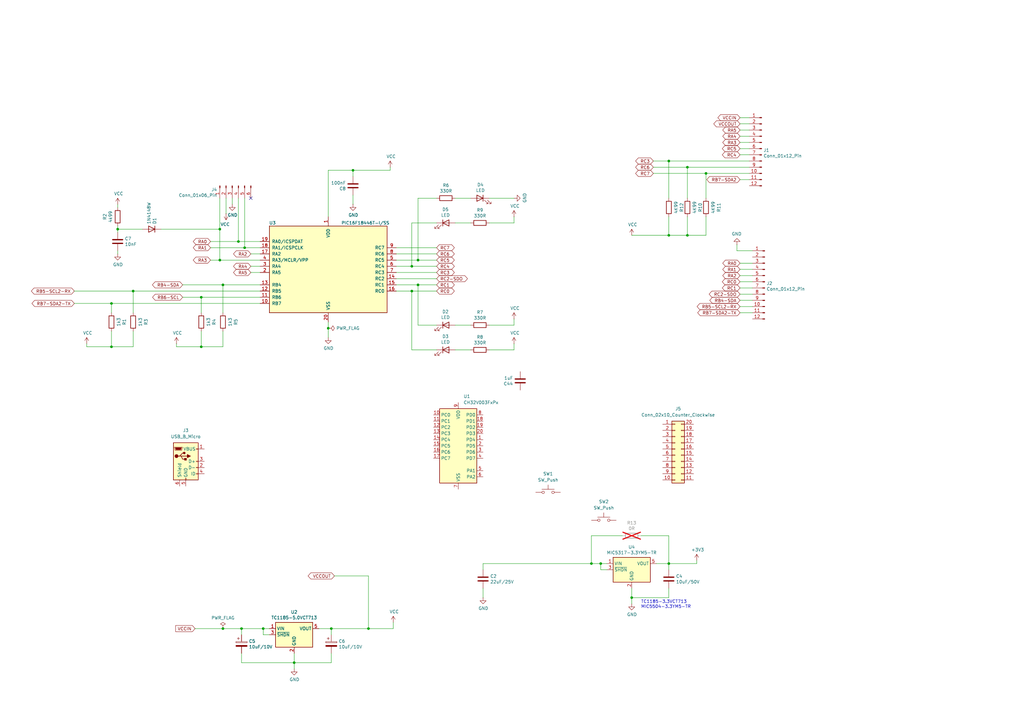
<source format=kicad_sch>
(kicad_sch (version 20250114) (generator "eeschema") (generator_version "9.0")
  (paper "A3")
  (title_block (title "CH32V003F4P6 Break-Out Board") (date "2025-06-16") (rev "V1"))
  (lib_symbols
    (symbol "Connector:Conn_01x06_Pin" (pin_names (offset 1.016) (hide yes))
      (property "Reference" "J" (at 0 7.62 0))
      (property "Value" "Conn_01x06_Pin" (at 0 -10.16 0))
      (symbol "Conn_01x06_Pin_1_1"
        (rectangle (start 0.8636 5.207) (end 0 4.953) (stroke (width 0.1524)) (fill (type outline)))
        (rectangle (start 0.8636 2.667) (end 0 2.413) (stroke (width 0.1524)) (fill (type outline)))
        (rectangle (start 0.8636 0.127) (end 0 -0.127) (stroke (width 0.1524)) (fill (type outline)))
        (rectangle (start 0.8636 -2.413) (end 0 -2.667) (stroke (width 0.1524)) (fill (type outline)))
        (rectangle (start 0.8636 -4.953) (end 0 -5.207) (stroke (width 0.1524)) (fill (type outline)))
        (rectangle (start 0.8636 -7.493) (end 0 -7.747) (stroke (width 0.1524)) (fill (type outline)))
        (polyline (pts (xy 1.27 5.08) (xy 0.8636 5.08)) (stroke (width 0.1524)))
        (polyline (pts (xy 1.27 2.54) (xy 0.8636 2.54)) (stroke (width 0.1524)))
        (polyline (pts (xy 1.27 0) (xy 0.8636 0)) (stroke (width 0.1524)))
        (polyline (pts (xy 1.27 -2.54) (xy 0.8636 -2.54)) (stroke (width 0.1524)))
        (polyline (pts (xy 1.27 -5.08) (xy 0.8636 -5.08)) (stroke (width 0.1524)))
        (polyline (pts (xy 1.27 -7.62) (xy 0.8636 -7.62)) (stroke (width 0.1524)))
        (pin passive line (at 5.08 5.08 180) (length 3.81) (name "Pin_1") (number "1"))
        (pin passive line (at 5.08 2.54 180) (length 3.81) (name "Pin_2") (number "2"))
        (pin passive line (at 5.08 0 180) (length 3.81) (name "Pin_3") (number "3"))
        (pin passive line (at 5.08 -2.54 180) (length 3.81) (name "Pin_4") (number "4"))
        (pin passive line (at 5.08 -5.08 180) (length 3.81) (name "Pin_5") (number "5"))
        (pin passive line (at 5.08 -7.62 180) (length 3.81) (name "Pin_6") (number "6"))
      )
    )
    (symbol "Connector:Conn_01x12_Pin" (pin_names (offset 1.016) (hide yes))
      (property "Reference" "J" (at 0 15.24 0))
      (property "Value" "Conn_01x12_Pin" (at 0 -17.78 0))
      (symbol "Conn_01x12_Pin_1_1"
        (rectangle (start 0.8636 12.827) (end 0 12.573) (stroke (width 0.1524)) (fill (type outline)))
        (rectangle (start 0.8636 10.287) (end 0 10.033) (stroke (width 0.1524)) (fill (type outline)))
        (rectangle (start 0.8636 7.747) (end 0 7.493) (stroke (width 0.1524)) (fill (type outline)))
        (rectangle (start 0.8636 5.207) (end 0 4.953) (stroke (width 0.1524)) (fill (type outline)))
        (rectangle (start 0.8636 2.667) (end 0 2.413) (stroke (width 0.1524)) (fill (type outline)))
        (rectangle (start 0.8636 0.127) (end 0 -0.127) (stroke (width 0.1524)) (fill (type outline)))
        (rectangle (start 0.8636 -2.413) (end 0 -2.667) (stroke (width 0.1524)) (fill (type outline)))
        (rectangle (start 0.8636 -4.953) (end 0 -5.207) (stroke (width 0.1524)) (fill (type outline)))
        (rectangle (start 0.8636 -7.493) (end 0 -7.747) (stroke (width 0.1524)) (fill (type outline)))
        (rectangle (start 0.8636 -10.033) (end 0 -10.287) (stroke (width 0.1524)) (fill (type outline)))
        (rectangle (start 0.8636 -12.573) (end 0 -12.827) (stroke (width 0.1524)) (fill (type outline)))
        (rectangle (start 0.8636 -15.113) (end 0 -15.367) (stroke (width 0.1524)) (fill (type outline)))
        (polyline (pts (xy 1.27 12.7) (xy 0.8636 12.7)) (stroke (width 0.1524)))
        (polyline (pts (xy 1.27 10.16) (xy 0.8636 10.16)) (stroke (width 0.1524)))
        (polyline (pts (xy 1.27 7.62) (xy 0.8636 7.62)) (stroke (width 0.1524)))
        (polyline (pts (xy 1.27 5.08) (xy 0.8636 5.08)) (stroke (width 0.1524)))
        (polyline (pts (xy 1.27 2.54) (xy 0.8636 2.54)) (stroke (width 0.1524)))
        (polyline (pts (xy 1.27 0) (xy 0.8636 0)) (stroke (width 0.1524)))
        (polyline (pts (xy 1.27 -2.54) (xy 0.8636 -2.54)) (stroke (width 0.1524)))
        (polyline (pts (xy 1.27 -5.08) (xy 0.8636 -5.08)) (stroke (width 0.1524)))
        (polyline (pts (xy 1.27 -7.62) (xy 0.8636 -7.62)) (stroke (width 0.1524)))
        (polyline (pts (xy 1.27 -10.16) (xy 0.8636 -10.16)) (stroke (width 0.1524)))
        (polyline (pts (xy 1.27 -12.7) (xy 0.8636 -12.7)) (stroke (width 0.1524)))
        (polyline (pts (xy 1.27 -15.24) (xy 0.8636 -15.24)) (stroke (width 0.1524)))
        (pin passive line (at 5.08 12.7 180) (length 3.81) (name "Pin_1") (number "1"))
        (pin passive line (at 5.08 10.16 180) (length 3.81) (name "Pin_2") (number "2"))
        (pin passive line (at 5.08 7.62 180) (length 3.81) (name "Pin_3") (number "3"))
        (pin passive line (at 5.08 5.08 180) (length 3.81) (name "Pin_4") (number "4"))
        (pin passive line (at 5.08 2.54 180) (length 3.81) (name "Pin_5") (number "5"))
        (pin passive line (at 5.08 0 180) (length 3.81) (name "Pin_6") (number "6"))
        (pin passive line (at 5.08 -2.54 180) (length 3.81) (name "Pin_7") (number "7"))
        (pin passive line (at 5.08 -5.08 180) (length 3.81) (name "Pin_8") (number "8"))
        (pin passive line (at 5.08 -7.62 180) (length 3.81) (name "Pin_9") (number "9"))
        (pin passive line (at 5.08 -10.16 180) (length 3.81) (name "Pin_10") (number "10"))
        (pin passive line (at 5.08 -12.7 180) (length 3.81) (name "Pin_11") (number "11"))
        (pin passive line (at 5.08 -15.24 180) (length 3.81) (name "Pin_12") (number "12"))
      )
    )
    (symbol "Connector:USB_B_Micro" (pin_names (offset 1.016))
      (property "Reference" "J" (at -5.08 11.43 0))
      (property "Value" "USB_B_Micro" (at -5.08 8.89 0))
      (symbol "USB_B_Micro_0_1"
        (rectangle (start -5.08 -7.62) (end 5.08 7.62) (stroke (width 0.254)) (fill (type background)))
        (polyline (pts (xy -4.699 5.842) (xy -4.699 5.588) (xy -4.445 4.826) (xy -4.445 4.572) (xy -1.651 4.572) (xy -1.651 4.826) (xy -1.397 5.588) (xy -1.397 5.842) (xy -4.699 5.842)))
        (polyline (pts (xy -4.318 5.588) (xy -1.778 5.588) (xy -2.032 4.826) (xy -4.064 4.826) (xy -4.318 5.588)) (fill (type outline)))
        (circle (center -3.81 2.159) (radius 0.635) (stroke (width 0.254)) (fill (type outline)))
        (polyline (pts (xy -3.175 2.159) (xy -2.54 2.159) (xy -1.27 3.429) (xy -0.635 3.429)) (stroke (width 0.254)))
        (polyline (pts (xy -2.54 2.159) (xy -1.905 2.159) (xy -1.27 0.889) (xy 0 0.889)) (stroke (width 0.254)))
        (polyline (pts (xy -1.905 2.159) (xy 0.635 2.159)) (stroke (width 0.254)))
        (circle (center -0.635 3.429) (radius 0.381) (stroke (width 0.254)) (fill (type outline)))
        (rectangle (start -0.127 -7.62) (end 0.127 -6.858))
        (rectangle (start 0.254 1.27) (end -0.508 0.508) (stroke (width 0.254)) (fill (type outline)))
        (polyline (pts (xy 0.635 2.794) (xy 0.635 1.524) (xy 1.905 2.159) (xy 0.635 2.794)) (stroke (width 0.254)) (fill (type outline)))
        (rectangle (start 5.08 4.953) (end 4.318 5.207))
        (rectangle (start 5.08 -0.127) (end 4.318 0.127))
        (rectangle (start 5.08 -2.667) (end 4.318 -2.413))
        (rectangle (start 5.08 -5.207) (end 4.318 -4.953))
      )
      (symbol "USB_B_Micro_1_1"
        (pin passive line (at -2.54 -10.16 90) (length 2.54) (name "Shield") (number "6"))
        (pin power_out line (at 0 -10.16 90) (length 2.54) (name "GND") (number "5"))
        (pin power_out line (at 7.62 5.08 180) (length 2.54) (name "VBUS") (number "1"))
        (pin bidirectional line (at 7.62 0 180) (length 2.54) (name "D+") (number "3"))
        (pin bidirectional line (at 7.62 -2.54 180) (length 2.54) (name "D-") (number "2"))
        (pin passive line (at 7.62 -5.08 180) (length 2.54) (name "ID") (number "4"))
      )
    )
    (symbol "Connector_Generic:Conn_02x10_Counter_Clockwise" (pin_names (offset 1.016) (hide yes))
      (property "Reference" "J" (at 1.27 12.7 0))
      (property "Value" "Conn_02x10_Counter_Clockwise" (at 1.27 -15.24 0))
      (symbol "Conn_02x10_Counter_Clockwise_1_1"
        (rectangle (start -1.27 11.43) (end 3.81 -13.97) (stroke (width 0.254)) (fill (type background)))
        (rectangle (start -1.27 10.287) (end 0 10.033) (stroke (width 0.1524)))
        (rectangle (start -1.27 7.747) (end 0 7.493) (stroke (width 0.1524)))
        (rectangle (start -1.27 5.207) (end 0 4.953) (stroke (width 0.1524)))
        (rectangle (start -1.27 2.667) (end 0 2.413) (stroke (width 0.1524)))
        (rectangle (start -1.27 0.127) (end 0 -0.127) (stroke (width 0.1524)))
        (rectangle (start -1.27 -2.413) (end 0 -2.667) (stroke (width 0.1524)))
        (rectangle (start -1.27 -4.953) (end 0 -5.207) (stroke (width 0.1524)))
        (rectangle (start -1.27 -7.493) (end 0 -7.747) (stroke (width 0.1524)))
        (rectangle (start -1.27 -10.033) (end 0 -10.287) (stroke (width 0.1524)))
        (rectangle (start -1.27 -12.573) (end 0 -12.827) (stroke (width 0.1524)))
        (rectangle (start 3.81 10.287) (end 2.54 10.033) (stroke (width 0.1524)))
        (rectangle (start 3.81 7.747) (end 2.54 7.493) (stroke (width 0.1524)))
        (rectangle (start 3.81 5.207) (end 2.54 4.953) (stroke (width 0.1524)))
        (rectangle (start 3.81 2.667) (end 2.54 2.413) (stroke (width 0.1524)))
        (rectangle (start 3.81 0.127) (end 2.54 -0.127) (stroke (width 0.1524)))
        (rectangle (start 3.81 -2.413) (end 2.54 -2.667) (stroke (width 0.1524)))
        (rectangle (start 3.81 -4.953) (end 2.54 -5.207) (stroke (width 0.1524)))
        (rectangle (start 3.81 -7.493) (end 2.54 -7.747) (stroke (width 0.1524)))
        (rectangle (start 3.81 -10.033) (end 2.54 -10.287) (stroke (width 0.1524)))
        (rectangle (start 3.81 -12.573) (end 2.54 -12.827) (stroke (width 0.1524)))
        (pin passive line (at -5.08 10.16 0) (length 3.81) (name "Pin_1") (number "1"))
        (pin passive line (at -5.08 7.62 0) (length 3.81) (name "Pin_2") (number "2"))
        (pin passive line (at -5.08 5.08 0) (length 3.81) (name "Pin_3") (number "3"))
        (pin passive line (at -5.08 2.54 0) (length 3.81) (name "Pin_4") (number "4"))
        (pin passive line (at -5.08 0 0) (length 3.81) (name "Pin_5") (number "5"))
        (pin passive line (at -5.08 -2.54 0) (length 3.81) (name "Pin_6") (number "6"))
        (pin passive line (at -5.08 -5.08 0) (length 3.81) (name "Pin_7") (number "7"))
        (pin passive line (at -5.08 -7.62 0) (length 3.81) (name "Pin_8") (number "8"))
        (pin passive line (at -5.08 -10.16 0) (length 3.81) (name "Pin_9") (number "9"))
        (pin passive line (at -5.08 -12.7 0) (length 3.81) (name "Pin_10") (number "10"))
        (pin passive line (at 7.62 10.16 180) (length 3.81) (name "Pin_20") (number "20"))
        (pin passive line (at 7.62 7.62 180) (length 3.81) (name "Pin_19") (number "19"))
        (pin passive line (at 7.62 5.08 180) (length 3.81) (name "Pin_18") (number "18"))
        (pin passive line (at 7.62 2.54 180) (length 3.81) (name "Pin_17") (number "17"))
        (pin passive line (at 7.62 0 180) (length 3.81) (name "Pin_16") (number "16"))
        (pin passive line (at 7.62 -2.54 180) (length 3.81) (name "Pin_15") (number "15"))
        (pin passive line (at 7.62 -5.08 180) (length 3.81) (name "Pin_14") (number "14"))
        (pin passive line (at 7.62 -7.62 180) (length 3.81) (name "Pin_13") (number "13"))
        (pin passive line (at 7.62 -10.16 180) (length 3.81) (name "Pin_12") (number "12"))
        (pin passive line (at 7.62 -12.7 180) (length 3.81) (name "Pin_11") (number "11"))
      )
    )
    (symbol "Device:C" (pin_numbers (hide yes)) (pin_names (offset 0.254))
      (property "Reference" "C" (at 0.635 2.54 0))
      (property "Value" "C" (at 0.635 -2.54 0))
      (symbol "C_0_1"
        (polyline (pts (xy -2.032 0.762) (xy 2.032 0.762)) (stroke (width 0.508)))
        (polyline (pts (xy -2.032 -0.762) (xy 2.032 -0.762)) (stroke (width 0.508)))
      )
      (symbol "C_1_1"
        (pin passive line (at 0 3.81 270) (length 2.794) (name "~") (number "1"))
        (pin passive line (at 0 -3.81 90) (length 2.794) (name "~") (number "2"))
      )
    )
    (symbol "Device:C_Polarized" (pin_numbers (hide yes)) (pin_names (offset 0.254))
      (property "Reference" "C" (at 0.635 2.54 0))
      (property "Value" "C_Polarized" (at 0.635 -2.54 0))
      (symbol "C_Polarized_0_1"
        (rectangle (start -2.286 0.508) (end 2.286 1.016))
        (polyline (pts (xy -1.778 2.286) (xy -0.762 2.286)))
        (polyline (pts (xy -1.27 2.794) (xy -1.27 1.778)))
        (rectangle (start 2.286 -0.508) (end -2.286 -1.016) (fill (type outline)))
      )
      (symbol "C_Polarized_1_1"
        (pin passive line (at 0 3.81 270) (length 2.794) (name "~") (number "1"))
        (pin passive line (at 0 -3.81 90) (length 2.794) (name "~") (number "2"))
      )
    )
    (symbol "Device:LED" (pin_numbers (hide yes)) (pin_names (offset 1.016) (hide yes))
      (property "Reference" "D" (at 0 2.54 0))
      (property "Value" "LED" (at 0 -2.54 0))
      (symbol "LED_0_1"
        (polyline (pts (xy -3.048 -0.762) (xy -4.572 -2.286) (xy -3.81 -2.286) (xy -4.572 -2.286) (xy -4.572 -1.524)))
        (polyline (pts (xy -1.778 -0.762) (xy -3.302 -2.286) (xy -2.54 -2.286) (xy -3.302 -2.286) (xy -3.302 -1.524)))
        (polyline (pts (xy -1.27 0) (xy 1.27 0)))
        (polyline (pts (xy -1.27 -1.27) (xy -1.27 1.27)) (stroke (width 0.254)))
        (polyline (pts (xy 1.27 -1.27) (xy 1.27 1.27) (xy -1.27 0) (xy 1.27 -1.27)) (stroke (width 0.254)))
      )
      (symbol "LED_1_1"
        (pin passive line (at -3.81 0 0) (length 2.54) (name "K") (number "1"))
        (pin passive line (at 3.81 0 180) (length 2.54) (name "A") (number "2"))
      )
    )
    (symbol "Device:R" (pin_numbers (hide yes)) (pin_names (offset 0))
      (property "Reference" "R" (at 2.032 0 90))
      (property "Value" "R" (at 0 0 90))
      (symbol "R_0_1"
        (rectangle (start -1.016 -2.54) (end 1.016 2.54) (stroke (width 0.254)))
      )
      (symbol "R_1_1"
        (pin passive line (at 0 3.81 270) (length 1.27) (name "~") (number "1"))
        (pin passive line (at 0 -3.81 90) (length 1.27) (name "~") (number "2"))
      )
    )
    (symbol "Diode:1N4148W" (pin_numbers (hide yes)) (pin_names (hide yes))
      (property "Reference" "D" (at 0 2.54 0))
      (property "Value" "1N4148W" (at 0 -2.54 0))
      (symbol "1N4148W_0_1"
        (polyline (pts (xy -1.27 1.27) (xy -1.27 -1.27)) (stroke (width 0.254)))
        (polyline (pts (xy 1.27 1.27) (xy 1.27 -1.27) (xy -1.27 0) (xy 1.27 1.27)) (stroke (width 0.254)))
        (polyline (pts (xy 1.27 0) (xy -1.27 0)))
      )
      (symbol "1N4148W_1_1"
        (pin passive line (at -3.81 0 0) (length 2.54) (name "K") (number "1"))
        (pin passive line (at 3.81 0 180) (length 2.54) (name "A") (number "2"))
      )
    )
    (symbol "MCU_Microchip_PIC16:PIC16F1829-IP" (pin_names (offset 1.016))
      (property "Reference" "U" (at -24.13 22.86 0))
      (property "Value" "PIC16F1829-IP" (at -24.13 20.32 0))
      (symbol "PIC16F1829-IP_0_1"
        (rectangle (start -24.13 19.05) (end 24.13 -16.51) (stroke (width 0.254)) (fill (type background)))
      )
      (symbol "PIC16F1829-IP_1_1"
        (pin bidirectional line (at -27.94 12.7 0) (length 3.81) (name "RA0/ICSPDAT") (number "19"))
        (pin bidirectional line (at -27.94 10.16 0) (length 3.81) (name "RA1/ICSPCLK") (number "18"))
        (pin bidirectional line (at -27.94 7.62 0) (length 3.81) (name "RA2") (number "17"))
        (pin bidirectional line (at -27.94 5.08 0) (length 3.81) (name "RA3/MCLR/VPP") (number "4"))
        (pin bidirectional line (at -27.94 2.54 0) (length 3.81) (name "RA4") (number "3"))
        (pin bidirectional line (at -27.94 0 0) (length 3.81) (name "RA5") (number "2"))
        (pin bidirectional line (at -27.94 -5.08 0) (length 3.81) (name "RB4") (number "13"))
        (pin bidirectional line (at -27.94 -7.62 0) (length 3.81) (name "RB5") (number "12"))
        (pin bidirectional line (at -27.94 -10.16 0) (length 3.81) (name "RB6") (number "11"))
        (pin bidirectional line (at -27.94 -12.7 0) (length 3.81) (name "RB7") (number "10"))
        (pin power_in line (at 0 22.86 270) (length 3.81) (name "VDD") (number "1"))
        (pin power_in line (at 0 -20.32 90) (length 3.81) (name "VSS") (number "20"))
        (pin bidirectional line (at 27.94 10.16 180) (length 3.81) (name "RC7") (number "9"))
        (pin bidirectional line (at 27.94 7.62 180) (length 3.81) (name "RC6") (number "8"))
        (pin bidirectional line (at 27.94 5.08 180) (length 3.81) (name "RC5") (number "5"))
        (pin bidirectional line (at 27.94 2.54 180) (length 3.81) (name "RC4") (number "6"))
        (pin bidirectional line (at 27.94 0 180) (length 3.81) (name "RC3") (number "7"))
        (pin bidirectional line (at 27.94 -2.54 180) (length 3.81) (name "RC2") (number "14"))
        (pin bidirectional line (at 27.94 -5.08 180) (length 3.81) (name "RC1") (number "15"))
        (pin bidirectional line (at 27.94 -7.62 180) (length 3.81) (name "RC0") (number "16"))
      )
    )
    (symbol "MCU_WCH_CH32V0:CH32V003FxPx"
      (property "Reference" "U" (at -7.62 17.78 0))
      (property "Value" "CH32V003FxPx" (at 7.62 17.78 0))
      (symbol "CH32V003FxPx_1_1"
        (rectangle (start -7.62 15.24) (end 7.62 -15.24) (stroke (width 0.254)) (fill (type background)))
        (pin bidirectional line (at -10.16 12.7 0) (length 2.54) (name "PC0") (number "10"))
        (pin bidirectional line (at -10.16 10.16 0) (length 2.54) (name "PC1") (number "11"))
        (pin bidirectional line (at -10.16 7.62 0) (length 2.54) (name "PC2") (number "12"))
        (pin bidirectional line (at -10.16 5.08 0) (length 2.54) (name "PC3") (number "13"))
        (pin bidirectional line (at -10.16 2.54 0) (length 2.54) (name "PC4") (number "14"))
        (pin bidirectional line (at -10.16 0 0) (length 2.54) (name "PC5") (number "15"))
        (pin bidirectional line (at -10.16 -2.54 0) (length 2.54) (name "PC6") (number "16"))
        (pin bidirectional line (at -10.16 -5.08 0) (length 2.54) (name "PC7") (number "17"))
        (pin power_in line (at 0 17.78 270) (length 2.54) (name "VDD") (number "9"))
        (pin power_in line (at 0 -17.78 90) (length 2.54) (name "VSS") (number "7"))
        (pin bidirectional line (at 10.16 12.7 180) (length 2.54) (name "PD0") (number "8"))
        (pin bidirectional line (at 10.16 10.16 180) (length 2.54) (name "PD1") (number "18"))
        (pin bidirectional line (at 10.16 7.62 180) (length 2.54) (name "PD2") (number "19"))
        (pin bidirectional line (at 10.16 5.08 180) (length 2.54) (name "PD3") (number "20"))
        (pin bidirectional line (at 10.16 2.54 180) (length 2.54) (name "PD4") (number "1"))
        (pin bidirectional line (at 10.16 0 180) (length 2.54) (name "PD5") (number "2"))
        (pin bidirectional line (at 10.16 -2.54 180) (length 2.54) (name "PD6") (number "3"))
        (pin bidirectional line (at 10.16 -5.08 180) (length 2.54) (name "PD7") (number "4"))
        (pin bidirectional line (at 10.16 -10.16 180) (length 2.54) (name "PA1") (number "5"))
        (pin bidirectional line (at 10.16 -12.7 180) (length 2.54) (name "PA2") (number "6"))
      )
    )
    (symbol "Regulator_Linear:TC1017-xCT"
      (property "Reference" "U" (at -6.35 6.35 0))
      (property "Value" "TC1017-xCT" (at 0 6.35 0))
      (symbol "TC1017-xCT_0_1"
        (rectangle (start -7.62 5.08) (end 7.62 -5.08) (stroke (width 0.254)) (fill (type background)))
      )
      (symbol "TC1017-xCT_1_1"
        (pin power_in line (at -10.16 2.54 0) (length 2.54) (name "VIN") (number "1"))
        (pin input line (at -10.16 0 0) (length 2.54) (name "~{SHDN}") (number "3"))
        (pin power_in line (at 0 -7.62 90) (length 2.54) (name "GND") (number "2"))
        (pin no_connect line (at 7.62 0 180) (length 2.54) (hide yes) (name "NC") (number "4"))
        (pin power_out line (at 10.16 2.54 180) (length 2.54) (name "VOUT") (number "5"))
      )
    )
    (symbol "Switch:SW_Push" (pin_numbers (hide yes)) (pin_names (offset 1.016) (hide yes))
      (property "Reference" "SW" (at 1.27 2.54 0))
      (property "Value" "SW_Push" (at 0 -1.524 0))
      (symbol "SW_Push_0_1"
        (circle (center -2.032 0) (radius 0.508))
        (polyline (pts (xy 0 1.27) (xy 0 3.048)))
        (circle (center 2.032 0) (radius 0.508))
        (polyline (pts (xy 2.54 1.27) (xy -2.54 1.27)))
        (pin passive line (at -5.08 0 0) (length 2.54) (name "1") (number "1"))
        (pin passive line (at 5.08 0 180) (length 2.54) (name "2") (number "2"))
      )
    )
    (symbol "power:+3.3V" (power) (pin_names (offset 0))
      (property "Value" "+3.3V" (at 0 3.556 0))
      (symbol "+3.3V_0_1"
        (polyline (pts (xy -0.762 1.27) (xy 0 2.54)))
        (polyline (pts (xy 0 2.54) (xy 0.762 1.27)))
        (polyline (pts (xy 0 0) (xy 0 2.54)))
      )
      (symbol "+3.3V_1_1"
        (pin power_in line (at 0 0 90) (length 0) (hide yes) (name "+3V3") (number "1"))
      )
    )
    (symbol "power:GND" (power) (pin_numbers (hide yes)) (pin_names (offset 0) (hide yes))
      (property "Value" "GND" (at 0 -3.81 0))
      (symbol "GND_0_1"
        (polyline (pts (xy 0 0) (xy 0 -1.27) (xy 1.27 -1.27) (xy 0 -2.54) (xy -1.27 -1.27) (xy 0 -1.27)))
      )
      (symbol "GND_1_1"
        (pin power_in line (at 0 0 270) (length 0) (name "~") (number "1"))
      )
    )
    (symbol "power:PWR_FLAG" (power) (pin_numbers (hide yes)) (pin_names (offset 0) (hide yes))
      (property "Value" "PWR_FLAG" (at 0 3.81 0))
      (symbol "PWR_FLAG_0_0"
        (pin power_out line (at 0 0 90) (length 0) (name "~") (number "1"))
      )
      (symbol "PWR_FLAG_0_1"
        (polyline (pts (xy 0 0) (xy 0 1.27) (xy -1.016 1.905) (xy 0 2.54) (xy 1.016 1.905) (xy 0 1.27)))
      )
    )
    (symbol "power:VCC" (power) (pin_numbers (hide yes)) (pin_names (offset 0) (hide yes))
      (property "Value" "VCC" (at 0 3.556 0))
      (symbol "VCC_0_1"
        (polyline (pts (xy -0.762 1.27) (xy 0 2.54)))
        (polyline (pts (xy 0 2.54) (xy 0.762 1.27)))
        (polyline (pts (xy 0 0) (xy 0 2.54)))
      )
      (symbol "VCC_1_1"
        (pin power_in line (at 0 0 90) (length 0) (name "~") (number "1"))
      )
    )
  )
  (text "TC1185-3.3VCT713\nMIC5504-3.3YM5-TR" (at 262.89 247.904 0) (effects (font (size 1.27 1.27)) (justify left)))
  (junction (at 91.44 257.81))
  (junction (at 45.72 124.46))
  (junction (at 134.62 134.62))
  (junction (at 281.94 96.52))
  (junction (at 99.06 257.81))
  (junction (at 45.72 142.24))
  (junction (at 281.94 68.58))
  (junction (at 289.56 71.12))
  (junction (at 274.32 66.04))
  (junction (at 274.32 96.52))
  (junction (at 144.78 69.85))
  (junction (at 82.55 142.24))
  (junction (at 82.55 121.92))
  (junction (at 90.17 93.98))
  (junction (at 100.33 101.6))
  (junction (at 274.32 231.14))
  (junction (at 246.38 231.14))
  (junction (at 259.08 245.11))
  (junction (at 171.45 116.84))
  (junction (at 107.95 257.81))
  (junction (at 242.57 231.14))
  (junction (at 90.17 106.68))
  (junction (at 54.61 119.38))
  (junction (at 151.13 257.81))
  (junction (at 48.26 93.98))
  (junction (at 91.44 116.84))
  (junction (at 168.91 119.38))
  (junction (at 171.45 106.68))
  (junction (at 120.65 271.78))
  (junction (at 97.79 99.06))
  (junction (at 135.89 257.81))
  (junction (at 168.91 109.22))
  (no_connect (at 102.87 81.28))
  (wire (pts (xy 100.33 101.6) (xy 100.33 81.28)))
  (wire (pts (xy 74.93 116.84) (xy 91.44 116.84)))
  (wire (pts (xy 91.44 142.24) (xy 91.44 135.89)))
  (wire (pts (xy 54.61 142.24) (xy 54.61 135.89)))
  (wire (pts (xy 289.56 88.9) (xy 289.56 96.52)))
  (wire (pts (xy 179.07 109.22) (xy 168.91 109.22)))
  (wire (pts (xy 45.72 128.27) (xy 45.72 124.46)))
  (wire (pts (xy 242.57 231.14) (xy 246.38 231.14)))
  (wire (pts (xy 162.56 116.84) (xy 171.45 116.84)))
  (wire (pts (xy 179.07 106.68) (xy 171.45 106.68)))
  (wire (pts (xy 54.61 128.27) (xy 54.61 119.38)))
  (wire (pts (xy 281.94 81.28) (xy 281.94 68.58)))
  (wire (pts (xy 30.48 124.46) (xy 45.72 124.46)))
  (wire (pts (xy 102.87 104.14) (xy 106.68 104.14)))
  (wire (pts (xy 171.45 133.35) (xy 171.45 116.84)))
  (wire (pts (xy 303.53 113.03) (xy 308.61 113.03)))
  (wire (pts (xy 72.39 140.97) (xy 72.39 142.24)))
  (wire (pts (xy 86.36 99.06) (xy 97.79 99.06)))
  (wire (pts (xy 135.89 260.35) (xy 135.89 257.81)))
  (wire (pts (xy 90.17 106.68) (xy 106.68 106.68)))
  (wire (pts (xy 274.32 96.52) (xy 281.94 96.52)))
  (wire (pts (xy 48.26 104.14) (xy 48.26 102.87)))
  (wire (pts (xy 82.55 128.27) (xy 82.55 121.92)))
  (wire (pts (xy 303.53 110.49) (xy 308.61 110.49)))
  (wire (pts (xy 246.38 233.68) (xy 246.38 231.14)))
  (wire (pts (xy 95.25 83.82) (xy 95.25 81.28)))
  (wire (pts (xy 274.32 233.68) (xy 274.32 231.14)))
  (wire (pts (xy 200.66 91.44) (xy 210.82 91.44)))
  (wire (pts (xy 289.56 71.12) (xy 307.34 71.12)))
  (wire (pts (xy 134.62 134.62) (xy 134.62 132.08)))
  (wire (pts (xy 107.95 260.35) (xy 107.95 257.81)))
  (wire (pts (xy 198.12 231.14) (xy 242.57 231.14)))
  (wire (pts (xy 48.26 93.98) (xy 48.26 92.71)))
  (wire (pts (xy 248.92 233.68) (xy 246.38 233.68)))
  (wire (pts (xy 303.53 118.11) (xy 308.61 118.11)))
  (wire (pts (xy 144.78 69.85) (xy 134.62 69.85)))
  (wire (pts (xy 274.32 231.14) (xy 285.75 231.14)))
  (wire (pts (xy 179.07 91.44) (xy 168.91 91.44)))
  (wire (pts (xy 210.82 91.44) (xy 210.82 88.9)))
  (wire (pts (xy 110.49 260.35) (xy 107.95 260.35)))
  (wire (pts (xy 200.66 81.28) (xy 210.82 81.28)))
  (wire (pts (xy 274.32 245.11) (xy 274.32 241.3)))
  (wire (pts (xy 307.34 50.8) (xy 303.53 50.8)))
  (wire (pts (xy 302.26 102.87) (xy 308.61 102.87)))
  (wire (pts (xy 107.95 257.81) (xy 110.49 257.81)))
  (wire (pts (xy 198.12 245.11) (xy 198.12 241.3)))
  (wire (pts (xy 102.87 109.22) (xy 106.68 109.22)))
  (wire (pts (xy 179.07 111.76) (xy 162.56 111.76)))
  (wire (pts (xy 259.08 247.65) (xy 259.08 245.11)))
  (wire (pts (xy 99.06 257.81) (xy 107.95 257.81)))
  (wire (pts (xy 168.91 109.22) (xy 162.56 109.22)))
  (wire (pts (xy 120.65 271.78) (xy 120.65 267.97)))
  (wire (pts (xy 106.68 99.06) (xy 97.79 99.06)))
  (wire (pts (xy 303.53 107.95) (xy 308.61 107.95)))
  (wire (pts (xy 82.55 135.89) (xy 82.55 142.24)))
  (wire (pts (xy 66.04 93.98) (xy 90.17 93.98)))
  (wire (pts (xy 91.44 116.84) (xy 106.68 116.84)))
  (wire (pts (xy 162.56 101.6) (xy 179.07 101.6)))
  (wire (pts (xy 259.08 96.52) (xy 274.32 96.52)))
  (wire (pts (xy 303.53 125.73) (xy 308.61 125.73)))
  (wire (pts (xy 198.12 233.68) (xy 198.12 231.14)))
  (wire (pts (xy 171.45 116.84) (xy 179.07 116.84)))
  (wire (pts (xy 30.48 119.38) (xy 54.61 119.38)))
  (wire (pts (xy 48.26 95.25) (xy 48.26 93.98)))
  (wire (pts (xy 134.62 138.43) (xy 134.62 134.62)))
  (wire (pts (xy 144.78 83.82) (xy 144.78 80.01)))
  (wire (pts (xy 90.17 93.98) (xy 90.17 106.68)))
  (wire (pts (xy 267.97 71.12) (xy 289.56 71.12)))
  (wire (pts (xy 144.78 69.85) (xy 144.78 72.39)))
  (wire (pts (xy 92.71 87.63) (xy 92.71 81.28)))
  (wire (pts (xy 162.56 119.38) (xy 168.91 119.38)))
  (wire (pts (xy 91.44 128.27) (xy 91.44 116.84)))
  (wire (pts (xy 80.01 257.81) (xy 91.44 257.81)))
  (wire (pts (xy 168.91 91.44) (xy 168.91 109.22)))
  (wire (pts (xy 303.53 60.96) (xy 307.34 60.96)))
  (wire (pts (xy 274.32 219.71) (xy 274.32 231.14)))
  (wire (pts (xy 48.26 85.09) (xy 48.26 83.82)))
  (wire (pts (xy 179.07 143.51) (xy 168.91 143.51)))
  (wire (pts (xy 86.36 106.68) (xy 90.17 106.68)))
  (wire (pts (xy 130.81 257.81) (xy 135.89 257.81)))
  (wire (pts (xy 168.91 119.38) (xy 179.07 119.38)))
  (wire (pts (xy 267.97 66.04) (xy 274.32 66.04)))
  (wire (pts (xy 90.17 81.28) (xy 90.17 93.98)))
  (wire (pts (xy 35.56 140.97) (xy 35.56 142.24)))
  (wire (pts (xy 307.34 48.26) (xy 303.53 48.26)))
  (wire (pts (xy 302.26 100.33) (xy 302.26 102.87)))
  (wire (pts (xy 308.61 123.19) (xy 303.53 123.19)))
  (wire (pts (xy 171.45 133.35) (xy 179.07 133.35)))
  (wire (pts (xy 303.53 63.5) (xy 307.34 63.5)))
  (wire (pts (xy 161.29 257.81) (xy 151.13 257.81)))
  (wire (pts (xy 91.44 257.81) (xy 99.06 257.81)))
  (wire (pts (xy 200.66 143.51) (xy 210.82 143.51)))
  (wire (pts (xy 255.27 219.71) (xy 242.57 219.71)))
  (wire (pts (xy 274.32 81.28) (xy 274.32 66.04)))
  (wire (pts (xy 242.57 219.71) (xy 242.57 231.14)))
  (wire (pts (xy 281.94 96.52) (xy 281.94 88.9)))
  (wire (pts (xy 120.65 271.78) (xy 135.89 271.78)))
  (wire (pts (xy 74.93 121.92) (xy 82.55 121.92)))
  (wire (pts (xy 45.72 124.46) (xy 106.68 124.46)))
  (wire (pts (xy 171.45 81.28) (xy 179.07 81.28)))
  (wire (pts (xy 186.69 133.35) (xy 193.04 133.35)))
  (wire (pts (xy 106.68 101.6) (xy 100.33 101.6)))
  (wire (pts (xy 45.72 142.24) (xy 54.61 142.24)))
  (wire (pts (xy 171.45 106.68) (xy 162.56 106.68)))
  (wire (pts (xy 97.79 99.06) (xy 97.79 81.28)))
  (wire (pts (xy 186.69 91.44) (xy 193.04 91.44)))
  (wire (pts (xy 168.91 143.51) (xy 168.91 119.38)))
  (wire (pts (xy 186.69 143.51) (xy 193.04 143.51)))
  (wire (pts (xy 289.56 81.28) (xy 289.56 71.12)))
  (wire (pts (xy 35.56 142.24) (xy 45.72 142.24)))
  (wire (pts (xy 307.34 55.88) (xy 303.53 55.88)))
  (wire (pts (xy 135.89 257.81) (xy 151.13 257.81)))
  (wire (pts (xy 99.06 271.78) (xy 120.65 271.78)))
  (wire (pts (xy 134.62 69.85) (xy 134.62 88.9)))
  (wire (pts (xy 259.08 245.11) (xy 274.32 245.11)))
  (wire (pts (xy 308.61 128.27) (xy 303.53 128.27)))
  (wire (pts (xy 246.38 231.14) (xy 248.92 231.14)))
  (wire (pts (xy 82.55 142.24) (xy 91.44 142.24)))
  (wire (pts (xy 269.24 231.14) (xy 274.32 231.14)))
  (wire (pts (xy 259.08 245.11) (xy 259.08 241.3)))
  (wire (pts (xy 186.69 81.28) (xy 193.04 81.28)))
  (wire (pts (xy 303.53 53.34) (xy 307.34 53.34)))
  (wire (pts (xy 45.72 135.89) (xy 45.72 142.24)))
  (wire (pts (xy 135.89 271.78) (xy 135.89 267.97)))
  (wire (pts (xy 210.82 133.35) (xy 210.82 130.81)))
  (wire (pts (xy 267.97 68.58) (xy 281.94 68.58)))
  (wire (pts (xy 289.56 96.52) (xy 281.94 96.52)))
  (wire (pts (xy 308.61 115.57) (xy 303.53 115.57)))
  (wire (pts (xy 102.87 111.76) (xy 106.68 111.76)))
  (wire (pts (xy 58.42 93.98) (xy 48.26 93.98)))
  (wire (pts (xy 162.56 104.14) (xy 179.07 104.14)))
  (wire (pts (xy 160.02 68.58) (xy 160.02 69.85)))
  (wire (pts (xy 144.78 69.85) (xy 160.02 69.85)))
  (wire (pts (xy 171.45 81.28) (xy 171.45 106.68)))
  (wire (pts (xy 200.66 133.35) (xy 210.82 133.35)))
  (wire (pts (xy 72.39 142.24) (xy 82.55 142.24)))
  (wire (pts (xy 86.36 101.6) (xy 100.33 101.6)))
  (wire (pts (xy 303.53 120.65) (xy 308.61 120.65)))
  (wire (pts (xy 285.75 231.14) (xy 285.75 229.87)))
  (wire (pts (xy 303.53 73.66) (xy 307.34 73.66)))
  (wire (pts (xy 106.68 119.38) (xy 54.61 119.38)))
  (wire (pts (xy 99.06 267.97) (xy 99.06 271.78)))
  (wire (pts (xy 82.55 121.92) (xy 106.68 121.92)))
  (wire (pts (xy 210.82 143.51) (xy 210.82 140.97)))
  (wire (pts (xy 303.53 58.42) (xy 307.34 58.42)))
  (wire (pts (xy 179.07 114.3) (xy 162.56 114.3)))
  (wire (pts (xy 262.89 219.71) (xy 274.32 219.71)))
  (wire (pts (xy 281.94 68.58) (xy 307.34 68.58)))
  (wire (pts (xy 274.32 66.04) (xy 307.34 66.04)))
  (wire (pts (xy 274.32 88.9) (xy 274.32 96.52)))
  (wire (pts (xy 99.06 260.35) (xy 99.06 257.81)))
  (wire (pts (xy 161.29 255.27) (xy 161.29 257.81)))
  (wire (pts (xy 137.16 236.22) (xy 151.13 236.22)))
  (wire (pts (xy 151.13 236.22) (xy 151.13 257.81)))
  (wire (pts (xy 120.65 274.32) (xy 120.65 271.78)))
  (global_label "RC1" (shape bidirectional) (at 179.07 116.84 0) (property "Intersheetrefs" "${INTERSHEET_REFS}" (effects (hide yes))))
  (global_label "RA4" (shape bidirectional) (at 102.87 109.22 180) (property "Intersheetrefs" "${INTERSHEET_REFS}" (effects (hide yes))))
  (global_label "RB6-SCL" (shape bidirectional) (at 74.93 121.92 180) (property "Intersheetrefs" "${INTERSHEET_REFS}" (effects (hide yes))))
  (global_label "RC1" (shape bidirectional) (at 303.53 118.11 180) (property "Intersheetrefs" "${INTERSHEET_REFS}" (effects (hide yes))))
  (global_label "RA5" (shape bidirectional) (at 303.53 53.34 180) (property "Intersheetrefs" "${INTERSHEET_REFS}" (effects (hide yes))))
  (global_label "RC4" (shape bidirectional) (at 179.07 109.22 0) (property "Intersheetrefs" "${INTERSHEET_REFS}" (effects (hide yes))))
  (global_label "RC0" (shape bidirectional) (at 179.07 119.38 0) (property "Intersheetrefs" "${INTERSHEET_REFS}" (effects (hide yes))))
  (global_label "RC7" (shape bidirectional) (at 179.07 101.6 0) (property "Intersheetrefs" "${INTERSHEET_REFS}" (effects (hide yes))))
  (global_label "RC3" (shape bidirectional) (at 267.97 66.04 180) (property "Intersheetrefs" "${INTERSHEET_REFS}" (effects (hide yes))))
  (global_label "VCCOUT" (shape bidirectional) (at 137.16 236.22 180) (property "Intersheetrefs" "${INTERSHEET_REFS}" (effects (hide yes))))
  (global_label "RA0" (shape bidirectional) (at 303.53 107.95 180) (property "Intersheetrefs" "${INTERSHEET_REFS}" (effects (hide yes))))
  (global_label "VCCIN" (shape bidirectional) (at 303.53 48.26 180) (property "Intersheetrefs" "${INTERSHEET_REFS}" (effects (hide yes))))
  (global_label "RB7-SDA2" (shape bidirectional) (at 303.53 73.66 180) (property "Intersheetrefs" "${INTERSHEET_REFS}" (effects (hide yes))))
  (global_label "RB7-SDA2-TX" (shape bidirectional) (at 30.48 124.46 180) (property "Intersheetrefs" "${INTERSHEET_REFS}" (effects (hide yes))))
  (global_label "RB4-SDA" (shape bidirectional) (at 74.93 116.84 180) (property "Intersheetrefs" "${INTERSHEET_REFS}" (effects (hide yes))))
  (global_label "RC2-SDO" (shape bidirectional) (at 179.07 114.3 0) (property "Intersheetrefs" "${INTERSHEET_REFS}" (effects (hide yes))))
  (global_label "RA3" (shape bidirectional) (at 303.53 58.42 180) (property "Intersheetrefs" "${INTERSHEET_REFS}" (effects (hide yes))))
  (global_label "RC5" (shape bidirectional) (at 303.53 60.96 180) (property "Intersheetrefs" "${INTERSHEET_REFS}" (effects (hide yes))))
  (global_label "RA3" (shape bidirectional) (at 86.36 106.68 180) (property "Intersheetrefs" "${INTERSHEET_REFS}" (effects (hide yes))))
  (global_label "RB7-SDA2-TX" (shape bidirectional) (at 303.53 128.27 180) (property "Intersheetrefs" "${INTERSHEET_REFS}" (effects (hide yes))))
  (global_label "VCCIN" (shape input) (at 80.01 257.81 180) (property "Intersheetrefs" "${INTERSHEET_REFS}" (effects (hide yes))))
  (global_label "RA4" (shape bidirectional) (at 303.53 55.88 180) (property "Intersheetrefs" "${INTERSHEET_REFS}" (effects (hide yes))))
  (global_label "RC3" (shape bidirectional) (at 179.07 111.76 0) (property "Intersheetrefs" "${INTERSHEET_REFS}" (effects (hide yes))))
  (global_label "RA5" (shape bidirectional) (at 102.87 111.76 180) (property "Intersheetrefs" "${INTERSHEET_REFS}" (effects (hide yes))))
  (global_label "RA2" (shape bidirectional) (at 102.87 104.14 180) (property "Intersheetrefs" "${INTERSHEET_REFS}" (effects (hide yes))))
  (global_label "VCCOUT" (shape bidirectional) (at 303.53 50.8 180) (property "Intersheetrefs" "${INTERSHEET_REFS}" (effects (hide yes))))
  (global_label "RA0" (shape bidirectional) (at 86.36 99.06 180) (property "Intersheetrefs" "${INTERSHEET_REFS}" (effects (hide yes))))
  (global_label "RC6" (shape bidirectional) (at 267.97 68.58 180) (property "Intersheetrefs" "${INTERSHEET_REFS}" (effects (hide yes))))
  (global_label "RC6" (shape bidirectional) (at 179.07 104.14 0) (property "Intersheetrefs" "${INTERSHEET_REFS}" (effects (hide yes))))
  (global_label "RC2-SDO" (shape bidirectional) (at 303.53 120.65 180) (property "Intersheetrefs" "${INTERSHEET_REFS}" (effects (hide yes))))
  (global_label "RC7" (shape bidirectional) (at 267.97 71.12 180) (property "Intersheetrefs" "${INTERSHEET_REFS}" (effects (hide yes))))
  (global_label "RB5-SCL2-RX" (shape bidirectional) (at 30.48 119.38 180) (property "Intersheetrefs" "${INTERSHEET_REFS}" (effects (hide yes))))
  (global_label "RB4-SDA" (shape bidirectional) (at 303.53 123.19 180) (property "Intersheetrefs" "${INTERSHEET_REFS}" (effects (hide yes))))
  (global_label "RC4" (shape bidirectional) (at 303.53 63.5 180) (property "Intersheetrefs" "${INTERSHEET_REFS}" (effects (hide yes))))
  (global_label "RA2" (shape bidirectional) (at 303.53 113.03 180) (property "Intersheetrefs" "${INTERSHEET_REFS}" (effects (hide yes))))
  (global_label "RC5" (shape bidirectional) (at 179.07 106.68 0) (property "Intersheetrefs" "${INTERSHEET_REFS}" (effects (hide yes))))
  (global_label "RB5-SCL2-RX" (shape bidirectional) (at 303.53 125.73 180) (property "Intersheetrefs" "${INTERSHEET_REFS}" (effects (hide yes))))
  (global_label "RA1" (shape bidirectional) (at 303.53 110.49 180) (property "Intersheetrefs" "${INTERSHEET_REFS}" (effects (hide yes))))
  (global_label "RA1" (shape bidirectional) (at 86.36 101.6 180) (property "Intersheetrefs" "${INTERSHEET_REFS}" (effects (hide yes))))
  (global_label "RC0" (shape bidirectional) (at 303.53 115.57 180) (property "Intersheetrefs" "${INTERSHEET_REFS}" (effects (hide yes))))
  (symbol (lib_id "power:GND") (at 302.26 100.33 180) (unit 1)
    (property "Reference" "#PWR0101" (effects (hide yes)))
    (property "Value" "GND" (at 302.133 95.9358 0))
    (property "Description" "Power symbol creates a global label with name \"GND\" , ground" (effects (hide yes)))
  )
  (symbol (lib_id "power:PWR_FLAG") (at 91.44 257.81 0) (unit 1)
    (property "Reference" "#FLG0101" (effects (hide yes)))
    (property "Value" "PWR_FLAG" (at 91.44 253.4158 0))
    (property "Description" "Special symbol for telling ERC where power comes from" (effects (hide yes)))
  )
  (symbol (lib_id "Regulator_Linear:TC1017-xCT") (at 120.65 260.35 0) (unit 1)
    (property "Reference" "U2" (at 120.65 251.0282 0))
    (property "Value" "TC1185-5.0VCT713" (at 120.65 253.3396 0))
    (property "Footprint" "Package_TO_SOT_SMD:SOT-23-5" (effects (hide yes)))
    (property "Datasheet" "http://ww1.microchip.com/downloads/en/DeviceDoc/21813F.pdf" (effects (hide yes)))
    (property "Description" "150mA, Tiny CMOS LDO With Shutdown, SOT-23-5" (effects (hide yes)))
  )
  (symbol (lib_id "Device:C_Polarized") (at 135.89 264.16 0) (unit 1)
    (property "Reference" "C6" (at 138.8872 262.9916 0) (effects (justify left)))
    (property "Value" "10uF/10V" (at 138.8872 265.303 0) (effects (justify left)))
    (property "Footprint" "Capacitor_Tantalum_SMD:CP_EIA-2012-15_AVX-P_Pad1.30x1.05mm_HandSolder" (effects (hide yes)))
    (property "Description" "Polarized capacitor" (effects (hide yes)))
  )
  (symbol (lib_id "Device:C_Polarized") (at 99.06 264.16 0) (unit 1)
    (property "Reference" "C5" (at 102.0572 262.9916 0) (effects (justify left)))
    (property "Value" "10uF/10V" (at 102.0572 265.303 0) (effects (justify left)))
    (property "Footprint" "Capacitor_Tantalum_SMD:CP_EIA-2012-15_AVX-P_Pad1.30x1.05mm_HandSolder" (effects (hide yes)))
    (property "Description" "Polarized capacitor" (effects (hide yes)))
  )
  (symbol (lib_id "power:GND") (at 120.65 274.32 0) (unit 1)
    (property "Reference" "#PWR0122" (effects (hide yes)))
    (property "Value" "GND" (at 120.777 278.7142 0))
    (property "Description" "Power symbol creates a global label with name \"GND\" , ground" (effects (hide yes)))
  )
  (symbol (lib_id "power:VCC") (at 35.56 140.97 0) (unit 1)
    (property "Reference" "#PWR0103" (effects (hide yes)))
    (property "Value" "VCC" (at 35.941 136.5758 0))
    (property "Description" "Power symbol creates a global label with name \"VCC\"" (effects (hide yes)))
  )
  (symbol (lib_id "power:VCC") (at 72.39 140.97 0) (unit 1)
    (property "Reference" "#PWR0115" (effects (hide yes)))
    (property "Value" "VCC" (at 72.771 136.5758 0))
    (property "Description" "Power symbol creates a global label with name \"VCC\"" (effects (hide yes)))
  )
  (symbol (lib_id "power:VCC") (at 48.26 83.82 0) (unit 1)
    (property "Reference" "#PWR0116" (effects (hide yes)))
    (property "Value" "VCC" (at 48.641 79.4258 0))
    (property "Description" "Power symbol creates a global label with name \"VCC\"" (effects (hide yes)))
  )
  (symbol (lib_id "power:VCC") (at 92.71 87.63 180) (unit 1)
    (property "Reference" "#PWR0119" (effects (hide yes)))
    (property "Value" "VCC" (at 92.329 92.0242 0))
    (property "Description" "Power symbol creates a global label with name \"VCC\"" (effects (hide yes)))
  )
  (symbol (lib_id "Device:C") (at 144.78 76.2 180) (unit 1)
    (property "Reference" "C8" (at 141.859 77.3684 0) (effects (justify left)))
    (property "Value" "100nF" (at 141.859 75.057 0) (effects (justify left)))
    (property "Footprint" "Capacitor_SMD:C_0603_1608Metric_Pad1.08x0.95mm_HandSolder" (effects (hide yes)))
    (property "Description" "Unpolarized capacitor" (effects (hide yes)))
    (property "manf#" "CL10B104KB8NNNL" (effects (hide yes)))
  )
  (symbol (lib_id "power:GND") (at 134.62 138.43 0) (unit 1)
    (property "Reference" "#PWR0102" (effects (hide yes)))
    (property "Value" "GND" (at 134.747 142.8242 0))
    (property "Description" "Power symbol creates a global label with name \"GND\" , ground" (effects (hide yes)))
  )
  (symbol (lib_id "power:PWR_FLAG") (at 134.62 134.62 270) (unit 1)
    (property "Reference" "#FLG0102" (effects (hide yes)))
    (property "Value" "PWR_FLAG" (at 137.8712 134.62 90) (effects (justify left)))
    (property "Description" "Special symbol for telling ERC where power comes from" (effects (hide yes)))
  )
  (symbol (lib_id "MCU_Microchip_PIC16:PIC16F1829-IP") (at 134.62 111.76 0) (unit 1)
    (property "Reference" "U3" (at 111.76 91.44 0))
    (property "Value" "PIC16F18446T-I/SS" (at 149.86 91.44 0))
    (property "Footprint" "Package_SO:SSOP-20_5.3x7.2mm_P0.65mm" (effects (hide yes)))
    (property "Datasheet" "http://ww1.microchip.com/downloads/en/DeviceDoc/41440C.pdf" (effects (hide yes)))
    (property "Description" "Flash-Based, 8-Bit CMOS Microcontrollers, PDIP" (effects (hide yes)))
    (property "manf#" "PIC16F18446-I/SO" (effects (hide yes)))
  )
  (symbol (lib_id "Device:R") (at 82.55 132.08 180) (unit 1)
    (property "Reference" "R4" (at 87.8078 132.08 90))
    (property "Value" "1k3" (at 85.4964 132.08 90))
    (property "Footprint" "Resistor_SMD:R_0603_1608Metric_Pad0.98x0.95mm_HandSolder" (effects (hide yes)))
    (property "Description" "Resistor" (effects (hide yes)))
    (property "manf#" "RT0603FRE074K99L" (effects (hide yes)))
  )
  (symbol (lib_id "Device:R") (at 91.44 132.08 180) (unit 1)
    (property "Reference" "R5" (at 96.6978 132.08 90))
    (property "Value" "1k3" (at 94.3864 132.08 90))
    (property "Footprint" "Resistor_SMD:R_0603_1608Metric_Pad0.98x0.95mm_HandSolder" (effects (hide yes)))
    (property "Description" "Resistor" (effects (hide yes)))
    (property "manf#" "RT0603FRE074K99L" (effects (hide yes)))
  )
  (symbol (lib_id "Connector:Conn_01x06_Pin") (at 95.25 76.2 90) (mirror x) (unit 1)
    (property "Reference" "J4" (at 89.0524 77.7748 90) (effects (justify left)))
    (property "Value" "Conn_01x06_Pin" (at 89.0524 80.0862 90) (effects (justify left)))
    (property "Footprint" "Connector_PinHeader_2.54mm:PinHeader_1x06_P2.54mm_Vertical" (effects (hide yes)))
    (property "Description" "Generic connector, single row, 01x06, script generated" (effects (hide yes)))
  )
  (symbol (lib_id "power:GND") (at 95.25 83.82 0) (unit 1)
    (property "Reference" "#PWR0117" (effects (hide yes)))
    (property "Value" "GND" (at 95.377 88.2142 0))
    (property "Description" "Power symbol creates a global label with name \"GND\" , ground" (effects (hide yes)))
  )
  (symbol (lib_id "power:GND") (at 144.78 83.82 0) (unit 1)
    (property "Reference" "#PWR0118" (effects (hide yes)))
    (property "Value" "GND" (at 144.907 88.2142 0))
    (property "Description" "Power symbol creates a global label with name \"GND\" , ground" (effects (hide yes)))
  )
  (symbol (lib_id "Device:LED") (at 182.88 133.35 0) (unit 1)
    (property "Reference" "D2" (at 182.7022 127.8382 0))
    (property "Value" "LED" (at 182.7022 130.1496 0))
    (property "Footprint" "LED_SMD:LED_0805_2012Metric_Pad1.15x1.40mm_HandSolder" (effects (hide yes)))
    (property "Description" "Light emitting diode" (effects (hide yes)))
    (property "manf#" "LG R971-KN-1" (effects (hide yes)))
  )
  (symbol (lib_id "Device:LED") (at 182.88 143.51 0) (unit 1)
    (property "Reference" "D3" (at 182.7022 137.9982 0))
    (property "Value" "LED" (at 182.7022 140.3096 0))
    (property "Footprint" "LED_SMD:LED_0805_2012Metric_Pad1.15x1.40mm_HandSolder" (effects (hide yes)))
    (property "Description" "Light emitting diode" (effects (hide yes)))
    (property "manf#" "LG R971-KN-1" (effects (hide yes)))
  )
  (symbol (lib_id "Device:R") (at 196.85 133.35 270) (unit 1)
    (property "Reference" "R7" (at 196.85 128.0922 90))
    (property "Value" "330R" (at 196.85 130.4036 90))
    (property "Footprint" "Resistor_SMD:R_0603_1608Metric_Pad0.98x0.95mm_HandSolder" (effects (hide yes)))
    (property "Description" "Resistor" (effects (hide yes)))
    (property "manf#" "RT0603FRD07330RL" (effects (hide yes)))
  )
  (symbol (lib_id "Device:R") (at 196.85 143.51 270) (unit 1)
    (property "Reference" "R8" (at 196.85 138.2522 90))
    (property "Value" "330R" (at 196.85 140.5636 90))
    (property "Footprint" "Resistor_SMD:R_0603_1608Metric_Pad0.98x0.95mm_HandSolder" (effects (hide yes)))
    (property "Description" "Resistor" (effects (hide yes)))
    (property "manf#" "RT0603FRD07330RL" (effects (hide yes)))
  )
  (symbol (lib_id "Device:R") (at 45.72 132.08 180) (unit 1)
    (property "Reference" "R1" (at 50.9778 132.08 90))
    (property "Value" "1k3" (at 48.6664 132.08 90))
    (property "Footprint" "Resistor_SMD:R_0603_1608Metric_Pad0.98x0.95mm_HandSolder" (effects (hide yes)))
    (property "Description" "Resistor" (effects (hide yes)))
    (property "manf#" "RT0603FRE074K99L" (effects (hide yes)))
  )
  (symbol (lib_id "Device:R") (at 54.61 132.08 180) (unit 1)
    (property "Reference" "R3" (at 59.8678 132.08 90))
    (property "Value" "1k3" (at 57.5564 132.08 90))
    (property "Footprint" "Resistor_SMD:R_0603_1608Metric_Pad0.98x0.95mm_HandSolder" (effects (hide yes)))
    (property "Description" "Resistor" (effects (hide yes)))
    (property "manf#" "RT0603FRE074K99L" (effects (hide yes)))
  )
  (symbol (lib_id "Device:R") (at 48.26 88.9 0) (unit 1)
    (property "Reference" "R2" (at 43.0022 88.9 90))
    (property "Value" "4k99" (at 45.3136 88.9 90))
    (property "Footprint" "Resistor_SMD:R_0603_1608Metric_Pad0.98x0.95mm_HandSolder" (effects (hide yes)))
    (property "Description" "Resistor" (effects (hide yes)))
    (property "manf#" "RT0603FRE074K99L" (effects (hide yes)))
  )
  (symbol (lib_id "Device:C") (at 48.26 99.06 0) (unit 1)
    (property "Reference" "C7" (at 51.181 97.8916 0) (effects (justify left)))
    (property "Value" "10nF" (at 51.181 100.203 0) (effects (justify left)))
    (property "Footprint" "Capacitor_SMD:C_0603_1608Metric_Pad1.08x0.95mm_HandSolder" (effects (hide yes)))
    (property "Description" "Unpolarized capacitor" (effects (hide yes)))
    (property "manf#" "CL10B103KB8NNNC" (effects (hide yes)))
  )
  (symbol (lib_id "Diode:1N4148W") (at 62.23 93.98 0) (mirror y) (unit 1)
    (property "Reference" "D1" (at 63.3984 91.948 90) (effects (justify left)))
    (property "Value" "1N4148W" (at 61.087 91.948 90) (effects (justify left)))
    (property "Footprint" "Diode_SMD:D_SOD-123" (effects (hide yes)))
    (property "Datasheet" "https://www.vishay.com/docs/85748/1n4148w.pdf" (effects (hide yes)))
    (property "Description" "75V 0.15A Fast Switching Diode, SOD-123" (effects (hide yes)))
    (property "manf#" "1N4148W-7-F" (effects (hide yes)))
    (property "Sim.Device" "D" (effects (hide yes)))
    (property "Sim.Pins" "1=K 2=A" (effects (hide yes)))
  )
  (symbol (lib_id "power:GND") (at 48.26 104.14 0) (unit 1)
    (property "Reference" "#PWR0124" (effects (hide yes)))
    (property "Value" "GND" (at 48.387 108.5342 0))
    (property "Description" "Power symbol creates a global label with name \"GND\" , ground" (effects (hide yes)))
  )
  (symbol (lib_id "power:VCC") (at 210.82 130.81 0) (unit 1)
    (property "Reference" "#PWR0120" (effects (hide yes)))
    (property "Value" "VCC" (at 211.201 126.4158 0))
    (property "Description" "Power symbol creates a global label with name \"VCC\"" (effects (hide yes)))
  )
  (symbol (lib_id "power:VCC") (at 210.82 140.97 0) (unit 1)
    (property "Reference" "#PWR0121" (effects (hide yes)))
    (property "Value" "VCC" (at 211.201 136.5758 0))
    (property "Description" "Power symbol creates a global label with name \"VCC\"" (effects (hide yes)))
  )
  (symbol (lib_id "power:VCC") (at 160.02 68.58 0) (unit 1)
    (property "Reference" "#PWR0123" (effects (hide yes)))
    (property "Value" "VCC" (at 160.401 64.1858 0))
    (property "Description" "Power symbol creates a global label with name \"VCC\"" (effects (hide yes)))
  )
  (symbol (lib_id "power:VCC") (at 161.29 255.27 0) (unit 1)
    (property "Reference" "#PWR0128" (effects (hide yes)))
    (property "Value" "VCC" (at 161.671 250.8758 0))
    (property "Description" "Power symbol creates a global label with name \"VCC\"" (effects (hide yes)))
  )
  (symbol (lib_id "Device:LED") (at 196.85 81.28 0) (mirror y) (unit 1)
    (property "Reference" "D4" (at 197.0278 75.7682 0))
    (property "Value" "LED" (at 197.0278 78.0796 0))
    (property "Footprint" "LED_SMD:LED_0603_1608Metric_Pad1.05x0.95mm_HandSolder" (effects (hide yes)))
    (property "Description" "Light emitting diode" (effects (hide yes)))
    (property "manf#" "LG R971-KN-1" (effects (hide yes)))
  )
  (symbol (lib_id "Device:LED") (at 182.88 91.44 0) (unit 1)
    (property "Reference" "D5" (at 182.7022 85.9282 0))
    (property "Value" "LED" (at 182.7022 88.2396 0))
    (property "Footprint" "LED_SMD:LED_0805_2012Metric_Pad1.15x1.40mm_HandSolder" (effects (hide yes)))
    (property "Description" "Light emitting diode" (effects (hide yes)))
    (property "manf#" "LG R971-KN-1" (effects (hide yes)))
  )
  (symbol (lib_id "Device:R") (at 182.88 81.28 270) (unit 1)
    (property "Reference" "R6" (at 182.88 76.0222 90))
    (property "Value" "330R" (at 182.88 78.3336 90))
    (property "Footprint" "Resistor_SMD:R_0603_1608Metric_Pad0.98x0.95mm_HandSolder" (effects (hide yes)))
    (property "Description" "Resistor" (effects (hide yes)))
    (property "manf#" "RT0603FRD07330RL" (effects (hide yes)))
  )
  (symbol (lib_id "Device:R") (at 196.85 91.44 270) (unit 1)
    (property "Reference" "R9" (at 196.85 86.1822 90))
    (property "Value" "330R" (at 196.85 88.4936 90))
    (property "Footprint" "Resistor_SMD:R_0603_1608Metric_Pad0.98x0.95mm_HandSolder" (effects (hide yes)))
    (property "Description" "Resistor" (effects (hide yes)))
    (property "manf#" "RT0603FRD07330RL" (effects (hide yes)))
  )
  (symbol (lib_id "power:VCC") (at 210.82 88.9 0) (unit 1)
    (property "Reference" "#PWR0105" (effects (hide yes)))
    (property "Value" "VCC" (at 211.201 84.5058 0))
    (property "Description" "Power symbol creates a global label with name \"VCC\"" (effects (hide yes)))
  )
  (symbol (lib_id "Device:R") (at 281.94 85.09 180) (unit 1)
    (property "Reference" "R10" (at 287.1978 85.09 90))
    (property "Value" "4K99" (at 284.8864 85.09 90))
    (property "Footprint" "Resistor_SMD:R_0603_1608Metric_Pad0.98x0.95mm_HandSolder" (effects (hide yes)))
    (property "Description" "Resistor" (effects (hide yes)))
    (property "manf#" "RT0603FRE074K99L" (effects (hide yes)))
  )
  (symbol (lib_id "Device:R") (at 289.56 85.09 180) (unit 1)
    (property "Reference" "R11" (at 294.8178 85.09 90))
    (property "Value" "4K99" (at 292.5064 85.09 90))
    (property "Footprint" "Resistor_SMD:R_0603_1608Metric_Pad0.98x0.95mm_HandSolder" (effects (hide yes)))
    (property "Description" "Resistor" (effects (hide yes)))
    (property "manf#" "RT0603FRE074K99L" (effects (hide yes)))
  )
  (symbol (lib_id "power:VCC") (at 259.08 96.52 0) (unit 1)
    (property "Reference" "#PWR0106" (effects (hide yes)))
    (property "Value" "VCC" (at 259.461 92.1258 0))
    (property "Description" "Power symbol creates a global label with name \"VCC\"" (effects (hide yes)))
  )
  (symbol (lib_id "Device:R") (at 274.32 85.09 180) (unit 1)
    (property "Reference" "R12" (at 279.5778 85.09 90))
    (property "Value" "4K99" (at 277.2664 85.09 90))
    (property "Footprint" "Resistor_SMD:R_0603_1608Metric_Pad0.98x0.95mm_HandSolder" (effects (hide yes)))
    (property "Description" "Resistor" (effects (hide yes)))
    (property "manf#" "RT0603FRE074K99L" (effects (hide yes)))
  )
  (symbol (lib_id "Connector:Conn_01x12_Pin") (at 312.42 60.96 0) (mirror y) (unit 1)
    (property "Reference" "J1" (at 313.1312 61.6204 0) (effects (justify right)))
    (property "Value" "Conn_01x12_Pin" (at 313.1312 63.9318 0) (effects (justify right)))
    (property "Footprint" "Connector_PinHeader_2.54mm:PinHeader_1x12_P2.54mm_Vertical" (effects (hide yes)))
    (property "Description" "Generic connector, single row, 01x12, script generated" (effects (hide yes)))
  )
  (symbol (lib_id "Connector:Conn_01x12_Pin") (at 313.69 115.57 0) (mirror y) (unit 1)
    (property "Reference" "J2" (at 314.4012 116.2304 0) (effects (justify right)))
    (property "Value" "Conn_01x12_Pin" (at 314.4012 118.5418 0) (effects (justify right)))
    (property "Footprint" "Connector_PinHeader_2.54mm:PinHeader_1x12_P2.54mm_Vertical" (effects (hide yes)))
    (property "Description" "Generic connector, single row, 01x12, script generated" (effects (hide yes)))
  )
  (symbol (lib_id "Device:C") (at 213.36 156.21 180) (unit 1)
    (property "Reference" "C44" (at 210.439 157.3784 0) (effects (justify left)))
    (property "Value" "1uF" (at 210.439 155.067 0) (effects (justify left)))
    (property "Footprint" "Capacitor_SMD:C_0603_1608Metric_Pad1.08x0.95mm_HandSolder" (effects (hide yes)))
  )
  (symbol (lib_id "Connector:USB_B_Micro") (at 76.2 189.23 0) (unit 1)
    (property "Reference" "J3" (at 76.2 176.53 0))
    (property "Value" "USB_B_Micro" (at 76.2 179.07 0))
    (property "Footprint" "Connector_USB:USB_Micro-B_Amphenol_10118194-0001LF_Horizontal" (effects (hide yes)))
    (property "Description" "USB Micro Type B connector" (effects (hide yes)))
  )
  (symbol (lib_id "power:+3.3V") (at 285.75 229.87 0) (unit 1)
    (property "Reference" "#PWR04" (effects (hide yes)))
    (property "Value" "+3V3" (at 286.131 225.4758 0))
  )
  (symbol (lib_id "Device:R") (at 259.08 219.71 270) (unit 1) (dnp yes)
    (property "Reference" "R13" (at 259.08 214.4522 90))
    (property "Value" "0R" (at 259.08 216.7636 90))
    (property "Footprint" "Resistor_SMD:R_0603_1608Metric_Pad0.98x0.95mm_HandSolder" (effects (hide yes)))
    (property "Description" "Resistor" (effects (hide yes)))
    (property "manf#" "RT0603FRD07330RL" (effects (hide yes)))
  )
  (symbol (lib_id "Regulator_Linear:TC1017-xCT") (at 259.08 233.68 0) (unit 1)
    (property "Reference" "U4" (at 259.08 224.3582 0))
    (property "Value" "MIC5317-3.3YM5-TR" (at 259.08 226.6696 0))
    (property "Footprint" "Package_TO_SOT_SMD:SOT-23-5" (effects (hide yes)))
    (property "Datasheet" "http://ww1.microchip.com/downloads/en/DeviceDoc/21813F.pdf" (effects (hide yes)))
  )
  (symbol (lib_id "power:GND") (at 198.12 245.11 0) (unit 1)
    (property "Reference" "#PWR02" (effects (hide yes)))
    (property "Value" "GND" (at 198.247 249.5042 0))
  )
  (symbol (lib_id "Switch:SW_Push") (at 224.79 201.93 0) (unit 1)
    (property "Reference" "SW1" (at 224.79 194.31 0))
    (property "Value" "SW_Push" (at 224.79 196.85 0))
    (property "Footprint" "Button_Switch_SMD:SW_SPST_CK_RS282G05A3" (effects (hide yes)))
    (property "Description" "Push button switch, generic, two pins" (effects (hide yes)))
  )
  (symbol (lib_id "Switch:SW_Push") (at 247.65 213.36 0) (unit 1)
    (property "Reference" "SW2" (at 247.65 205.74 0))
    (property "Value" "SW_Push" (at 247.65 208.28 0))
    (property "Footprint" "Button_Switch_SMD:SW_SPST_Omron_B3FS-105xP" (effects (hide yes)))
    (property "Description" "Push button switch, generic, two pins" (effects (hide yes)))
  )
  (symbol (lib_id "MCU_WCH_CH32V0:CH32V003FxPx") (at 187.96 182.88 0) (unit 1)
    (property "Reference" "U1" (at 190.1033 162.56 0) (effects (justify left)))
    (property "Value" "CH32V003FxPx" (at 190.1033 165.1 0) (effects (justify left)))
    (property "Footprint" "Package_SO:TSSOP-20_4.4x6.5mm_P0.65mm" (effects (hide yes)))
    (property "Datasheet" "https://www.wch-ic.com/products/CH32V003.html" (effects (hide yes)))
    (property "Description" "CH32V003 series are industrial-grade general-purpose microcontrollers designed based on 32-bit RISC-V instruction set and architecture. It adopts QingKe V2A core, RV32EC instruction set, and supports 2 levels of interrupt nesting. The series are mounted with rich peripheral interfaces and function modules. Its internal organizational structure meets the low-cost and low-power embedded application scenarios." (effects (hide yes)))
  )
  (symbol (lib_id "power:GND") (at 210.82 81.28 90) (unit 1)
    (property "Reference" "#PWR01" (effects (hide yes)))
    (property "Value" "GND" (at 215.2142 81.153 0))
    (property "Description" "Power symbol creates a global label with name \"GND\" , ground" (effects (hide yes)))
  )
  (symbol (lib_id "power:GND") (at 259.08 247.65 0) (unit 1)
    (property "Reference" "#PWR03" (effects (hide yes)))
    (property "Value" "GND" (at 259.207 252.0442 0))
  )
  (symbol (lib_id "Device:C") (at 274.32 237.49 0) (unit 1)
    (property "Reference" "C4" (at 277.241 236.3216 0) (effects (justify left)))
    (property "Value" "10uF/50V" (at 277.241 238.633 0) (effects (justify left)))
    (property "Footprint" "Capacitor_SMD:C_1206_3216Metric_Pad1.33x1.80mm_HandSolder" (effects (hide yes)))
  )
  (symbol (lib_id "Device:C") (at 198.12 237.49 0) (unit 1)
    (property "Reference" "C2" (at 201.041 236.3216 0) (effects (justify left)))
    (property "Value" "22uF/25V" (at 201.041 238.633 0) (effects (justify left)))
    (property "Footprint" "Capacitor_SMD:C_1210_3225Metric_Pad1.33x2.70mm_HandSolder" (effects (hide yes)))
  )
  (symbol (lib_id "Connector_Generic:Conn_02x10_Counter_Clockwise") (at 276.86 184.15 0) (unit 1)
    (property "Reference" "J5" (at 278.13 167.64 0))
    (property "Value" "Conn_02x10_Counter_Clockwise" (at 278.13 170.18 0))
    (property "Footprint" "Package_DIP:DIP-24_W15.24mm" (effects (hide yes)))
    (property "Description" "Generic connector, double row, 02x10, counter clockwise pin numbering scheme (similar to DIP package numbering), script generated (kicad-library-utils/schlib/autogen/connector/)" (effects (hide yes)))
  )
)
</source>
